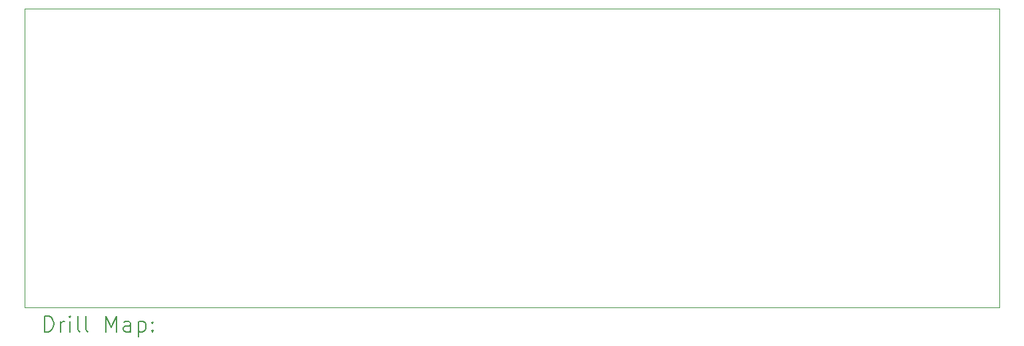
<source format=gbr>
%FSLAX45Y45*%
G04 Gerber Fmt 4.5, Leading zero omitted, Abs format (unit mm)*
G04 Created by KiCad (PCBNEW (6.0.0)) date 2022-06-26 22:57:13*
%MOMM*%
%LPD*%
G01*
G04 APERTURE LIST*
%TA.AperFunction,Profile*%
%ADD10C,0.050000*%
%TD*%
%ADD11C,0.200000*%
G04 APERTURE END LIST*
D10*
X8000000Y-13000000D02*
X20400000Y-13000000D01*
X20400000Y-9200000D02*
X8000000Y-9200000D01*
X8000000Y-13000000D02*
X8000000Y-9200000D01*
X20400000Y-9200000D02*
X20400000Y-13000000D01*
D11*
X8255119Y-13312976D02*
X8255119Y-13112976D01*
X8302738Y-13112976D01*
X8331309Y-13122500D01*
X8350357Y-13141548D01*
X8359881Y-13160595D01*
X8369405Y-13198690D01*
X8369405Y-13227262D01*
X8359881Y-13265357D01*
X8350357Y-13284405D01*
X8331309Y-13303452D01*
X8302738Y-13312976D01*
X8255119Y-13312976D01*
X8455119Y-13312976D02*
X8455119Y-13179643D01*
X8455119Y-13217738D02*
X8464643Y-13198690D01*
X8474167Y-13189167D01*
X8493214Y-13179643D01*
X8512262Y-13179643D01*
X8578929Y-13312976D02*
X8578929Y-13179643D01*
X8578929Y-13112976D02*
X8569405Y-13122500D01*
X8578929Y-13132024D01*
X8588452Y-13122500D01*
X8578929Y-13112976D01*
X8578929Y-13132024D01*
X8702738Y-13312976D02*
X8683690Y-13303452D01*
X8674167Y-13284405D01*
X8674167Y-13112976D01*
X8807500Y-13312976D02*
X8788452Y-13303452D01*
X8778929Y-13284405D01*
X8778929Y-13112976D01*
X9036071Y-13312976D02*
X9036071Y-13112976D01*
X9102738Y-13255833D01*
X9169405Y-13112976D01*
X9169405Y-13312976D01*
X9350357Y-13312976D02*
X9350357Y-13208214D01*
X9340833Y-13189167D01*
X9321786Y-13179643D01*
X9283690Y-13179643D01*
X9264643Y-13189167D01*
X9350357Y-13303452D02*
X9331310Y-13312976D01*
X9283690Y-13312976D01*
X9264643Y-13303452D01*
X9255119Y-13284405D01*
X9255119Y-13265357D01*
X9264643Y-13246309D01*
X9283690Y-13236786D01*
X9331310Y-13236786D01*
X9350357Y-13227262D01*
X9445595Y-13179643D02*
X9445595Y-13379643D01*
X9445595Y-13189167D02*
X9464643Y-13179643D01*
X9502738Y-13179643D01*
X9521786Y-13189167D01*
X9531310Y-13198690D01*
X9540833Y-13217738D01*
X9540833Y-13274881D01*
X9531310Y-13293928D01*
X9521786Y-13303452D01*
X9502738Y-13312976D01*
X9464643Y-13312976D01*
X9445595Y-13303452D01*
X9626548Y-13293928D02*
X9636071Y-13303452D01*
X9626548Y-13312976D01*
X9617024Y-13303452D01*
X9626548Y-13293928D01*
X9626548Y-13312976D01*
X9626548Y-13189167D02*
X9636071Y-13198690D01*
X9626548Y-13208214D01*
X9617024Y-13198690D01*
X9626548Y-13189167D01*
X9626548Y-13208214D01*
M02*

</source>
